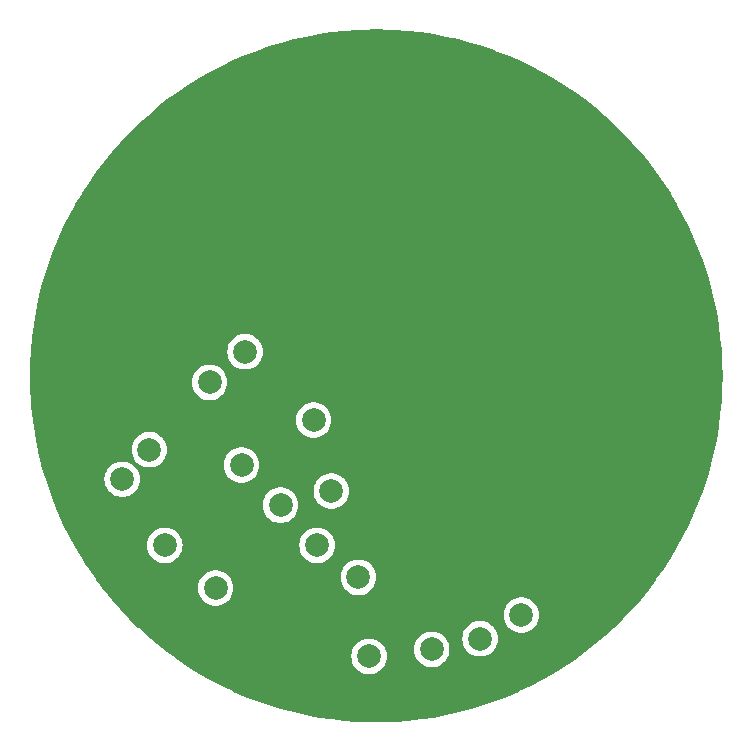
<source format=gbr>
%TF.GenerationSoftware,KiCad,Pcbnew,8.0.6+1*%
%TF.CreationDate,2024-11-22T08:02:11-05:00*%
%TF.ProjectId,GRRCoaster,47525243-6f61-4737-9465-722e6b696361,rev?*%
%TF.SameCoordinates,Original*%
%TF.FileFunction,Copper,L2,Bot*%
%TF.FilePolarity,Positive*%
%FSLAX46Y46*%
G04 Gerber Fmt 4.6, Leading zero omitted, Abs format (unit mm)*
G04 Created by KiCad (PCBNEW 8.0.6+1) date 2024-11-22 08:02:11*
%MOMM*%
%LPD*%
G01*
G04 APERTURE LIST*
%TA.AperFunction,ViaPad*%
%ADD10C,2.000000*%
%TD*%
G04 APERTURE END LIST*
D10*
%TO.N,*%
X27800000Y-53250000D03*
X59300000Y-67250000D03*
X51700000Y-70150000D03*
X45500000Y-64050000D03*
X46400000Y-70750000D03*
X55800000Y-69250000D03*
X42000000Y-61350000D03*
X25500000Y-55750000D03*
X33400000Y-64950000D03*
X38900000Y-57950000D03*
X35600000Y-54550000D03*
X29100000Y-61350000D03*
X32900000Y-47550000D03*
X43200000Y-56750000D03*
X41700000Y-50750000D03*
X35900000Y-44950000D03*
%TD*%
%TA.AperFunction,NonConductor*%
G36*
X47544328Y-17672724D02*
G01*
X48623077Y-17712613D01*
X48627620Y-17712866D01*
X49704145Y-17792588D01*
X49708700Y-17793009D01*
X50781598Y-17912462D01*
X50786139Y-17913053D01*
X51853812Y-18072058D01*
X51858306Y-18072811D01*
X52919466Y-18271176D01*
X52923941Y-18272099D01*
X53976963Y-18509522D01*
X53981402Y-18510609D01*
X55024970Y-18786790D01*
X55029362Y-18788039D01*
X56062026Y-19102597D01*
X56066331Y-19103996D01*
X57032524Y-19437793D01*
X57086665Y-19456498D01*
X57090968Y-19458074D01*
X58097596Y-19848044D01*
X58101793Y-19849760D01*
X59093282Y-20276641D01*
X59097424Y-20278515D01*
X59776016Y-20600906D01*
X60072500Y-20741762D01*
X60076602Y-20743805D01*
X61033847Y-21242740D01*
X61037871Y-21244933D01*
X61976019Y-21778894D01*
X61979960Y-21781234D01*
X62897759Y-22349511D01*
X62901610Y-22351995D01*
X63152304Y-22520342D01*
X63797806Y-22953813D01*
X63801528Y-22956414D01*
X64674839Y-23590912D01*
X64678496Y-23593674D01*
X65527784Y-24260023D01*
X65531316Y-24262901D01*
X65931418Y-24601436D01*
X66355397Y-24960175D01*
X66358840Y-24963199D01*
X67156580Y-25690434D01*
X67159909Y-25693583D01*
X67930241Y-26449809D01*
X67933452Y-26453080D01*
X68675303Y-27237242D01*
X68678390Y-27240628D01*
X69390774Y-28051686D01*
X69393734Y-28055185D01*
X70075637Y-28891982D01*
X70078466Y-28895587D01*
X70729002Y-29757038D01*
X70731696Y-29760746D01*
X71349943Y-30645626D01*
X71352498Y-30649430D01*
X71937651Y-31556589D01*
X71940063Y-31560486D01*
X72491266Y-32488602D01*
X72493533Y-32492585D01*
X73010072Y-33440448D01*
X73012190Y-33444511D01*
X73493355Y-34410821D01*
X73495322Y-34414961D01*
X73940454Y-35398396D01*
X73942266Y-35402605D01*
X74350745Y-36401790D01*
X74352401Y-36406063D01*
X74723697Y-37419708D01*
X74725193Y-37424040D01*
X75058768Y-38450679D01*
X75060103Y-38455063D01*
X75355508Y-39493305D01*
X75356681Y-39497735D01*
X75613531Y-40546227D01*
X75614539Y-40550698D01*
X75832466Y-41607946D01*
X75833308Y-41612450D01*
X76012019Y-42677033D01*
X76012694Y-42681566D01*
X76151946Y-43752025D01*
X76152453Y-43756580D01*
X76252055Y-44831459D01*
X76252393Y-44836029D01*
X76312208Y-45913819D01*
X76312378Y-45918399D01*
X76332325Y-46997709D01*
X76332325Y-47002291D01*
X76312378Y-48081600D01*
X76312208Y-48086180D01*
X76252393Y-49163970D01*
X76252055Y-49168540D01*
X76152453Y-50243419D01*
X76151946Y-50247974D01*
X76012694Y-51318433D01*
X76012019Y-51322966D01*
X75833308Y-52387549D01*
X75832466Y-52392053D01*
X75614539Y-53449301D01*
X75613531Y-53453772D01*
X75356681Y-54502264D01*
X75355508Y-54506694D01*
X75060103Y-55544936D01*
X75058768Y-55549320D01*
X74725193Y-56575959D01*
X74723697Y-56580291D01*
X74352401Y-57593936D01*
X74350745Y-57598209D01*
X73942266Y-58597394D01*
X73940454Y-58601603D01*
X73495322Y-59585038D01*
X73493355Y-59589178D01*
X73012190Y-60555488D01*
X73010072Y-60559551D01*
X72493533Y-61507414D01*
X72491266Y-61511397D01*
X71940063Y-62439513D01*
X71937651Y-62443410D01*
X71352498Y-63350569D01*
X71349943Y-63354373D01*
X70731696Y-64239253D01*
X70729002Y-64242961D01*
X70078466Y-65104412D01*
X70075637Y-65108017D01*
X69393734Y-65944814D01*
X69390774Y-65948313D01*
X68678390Y-66759371D01*
X68675303Y-66762757D01*
X67933452Y-67546919D01*
X67930241Y-67550190D01*
X67159909Y-68306416D01*
X67156580Y-68309565D01*
X66358840Y-69036800D01*
X66355397Y-69039824D01*
X65531337Y-69737081D01*
X65527784Y-69739976D01*
X64678496Y-70406325D01*
X64674839Y-70409087D01*
X63801545Y-71043573D01*
X63797789Y-71046198D01*
X62901610Y-71648004D01*
X62897759Y-71650488D01*
X61979960Y-72218765D01*
X61976019Y-72221105D01*
X61037871Y-72755066D01*
X61033847Y-72757259D01*
X60076602Y-73256194D01*
X60072500Y-73258237D01*
X59097440Y-73721476D01*
X59093265Y-73723365D01*
X58101816Y-74150229D01*
X58097574Y-74151964D01*
X57090968Y-74541925D01*
X57086665Y-74543501D01*
X56066358Y-74895994D01*
X56061999Y-74897410D01*
X55029378Y-75211955D01*
X55024970Y-75213209D01*
X53981402Y-75489390D01*
X53976951Y-75490480D01*
X52923947Y-75727898D01*
X52919459Y-75728824D01*
X51858319Y-75927185D01*
X51853799Y-75927943D01*
X50786142Y-76086945D01*
X50781598Y-76087537D01*
X49708704Y-76206989D01*
X49704141Y-76207411D01*
X48627636Y-76287132D01*
X48623060Y-76287386D01*
X47544329Y-76327275D01*
X47539747Y-76327360D01*
X46460253Y-76327360D01*
X46455671Y-76327275D01*
X45376939Y-76287386D01*
X45372363Y-76287132D01*
X44295858Y-76207411D01*
X44291295Y-76206989D01*
X43218401Y-76087537D01*
X43213857Y-76086945D01*
X42146200Y-75927943D01*
X42141680Y-75927185D01*
X41080540Y-75728824D01*
X41076052Y-75727898D01*
X40023048Y-75490480D01*
X40018597Y-75489390D01*
X38975029Y-75213209D01*
X38970621Y-75211955D01*
X37938000Y-74897410D01*
X37933641Y-74895994D01*
X36913334Y-74543501D01*
X36909031Y-74541925D01*
X35902425Y-74151964D01*
X35898183Y-74150229D01*
X34906734Y-73723365D01*
X34902559Y-73721476D01*
X33927499Y-73258237D01*
X33923397Y-73256194D01*
X32966152Y-72757259D01*
X32962128Y-72755066D01*
X32023980Y-72221105D01*
X32020039Y-72218765D01*
X31102240Y-71650488D01*
X31098389Y-71648004D01*
X30202210Y-71046198D01*
X30198454Y-71043573D01*
X30135469Y-70997812D01*
X29794377Y-70749994D01*
X44894357Y-70749994D01*
X44894357Y-70750005D01*
X44914890Y-70997812D01*
X44914892Y-70997824D01*
X44975936Y-71238881D01*
X45075826Y-71466606D01*
X45211833Y-71674782D01*
X45211836Y-71674785D01*
X45380256Y-71857738D01*
X45576491Y-72010474D01*
X45795190Y-72128828D01*
X46030386Y-72209571D01*
X46275665Y-72250500D01*
X46524335Y-72250500D01*
X46769614Y-72209571D01*
X47004810Y-72128828D01*
X47223509Y-72010474D01*
X47419744Y-71857738D01*
X47588164Y-71674785D01*
X47724173Y-71466607D01*
X47824063Y-71238881D01*
X47885108Y-70997821D01*
X47895981Y-70866606D01*
X47905643Y-70750005D01*
X47905643Y-70749994D01*
X47885109Y-70502187D01*
X47885107Y-70502175D01*
X47824063Y-70261118D01*
X47775319Y-70149994D01*
X50194357Y-70149994D01*
X50194357Y-70150005D01*
X50214890Y-70397812D01*
X50214892Y-70397824D01*
X50275936Y-70638881D01*
X50375826Y-70866606D01*
X50511833Y-71074782D01*
X50511836Y-71074785D01*
X50680256Y-71257738D01*
X50876491Y-71410474D01*
X51095190Y-71528828D01*
X51330386Y-71609571D01*
X51575665Y-71650500D01*
X51824335Y-71650500D01*
X52069614Y-71609571D01*
X52304810Y-71528828D01*
X52523509Y-71410474D01*
X52719744Y-71257738D01*
X52888164Y-71074785D01*
X53024173Y-70866607D01*
X53124063Y-70638881D01*
X53185108Y-70397821D01*
X53185109Y-70397812D01*
X53205643Y-70150005D01*
X53205643Y-70149994D01*
X53185109Y-69902187D01*
X53185107Y-69902175D01*
X53124063Y-69661118D01*
X53024173Y-69433393D01*
X52904353Y-69249994D01*
X54294357Y-69249994D01*
X54294357Y-69250005D01*
X54314890Y-69497812D01*
X54314892Y-69497824D01*
X54375936Y-69738881D01*
X54475826Y-69966606D01*
X54611833Y-70174782D01*
X54611836Y-70174785D01*
X54780256Y-70357738D01*
X54976491Y-70510474D01*
X55195190Y-70628828D01*
X55430386Y-70709571D01*
X55675665Y-70750500D01*
X55924335Y-70750500D01*
X56169614Y-70709571D01*
X56404810Y-70628828D01*
X56623509Y-70510474D01*
X56819744Y-70357738D01*
X56988164Y-70174785D01*
X57124173Y-69966607D01*
X57224063Y-69738881D01*
X57285108Y-69497821D01*
X57285109Y-69497812D01*
X57305643Y-69250005D01*
X57305643Y-69249994D01*
X57285109Y-69002187D01*
X57285107Y-69002175D01*
X57224063Y-68761118D01*
X57124173Y-68533393D01*
X56988166Y-68325217D01*
X56966557Y-68301744D01*
X56819744Y-68142262D01*
X56623509Y-67989526D01*
X56623507Y-67989525D01*
X56623506Y-67989524D01*
X56404811Y-67871172D01*
X56404802Y-67871169D01*
X56169616Y-67790429D01*
X55924335Y-67749500D01*
X55675665Y-67749500D01*
X55430383Y-67790429D01*
X55195197Y-67871169D01*
X55195188Y-67871172D01*
X54976493Y-67989524D01*
X54780257Y-68142261D01*
X54611833Y-68325217D01*
X54475826Y-68533393D01*
X54375936Y-68761118D01*
X54314892Y-69002175D01*
X54314890Y-69002187D01*
X54294357Y-69249994D01*
X52904353Y-69249994D01*
X52888166Y-69225217D01*
X52866557Y-69201744D01*
X52719744Y-69042262D01*
X52523509Y-68889526D01*
X52523507Y-68889525D01*
X52523506Y-68889524D01*
X52304811Y-68771172D01*
X52304802Y-68771169D01*
X52069616Y-68690429D01*
X51824335Y-68649500D01*
X51575665Y-68649500D01*
X51330383Y-68690429D01*
X51095197Y-68771169D01*
X51095188Y-68771172D01*
X50876493Y-68889524D01*
X50680257Y-69042261D01*
X50511833Y-69225217D01*
X50375826Y-69433393D01*
X50275936Y-69661118D01*
X50214892Y-69902175D01*
X50214890Y-69902187D01*
X50194357Y-70149994D01*
X47775319Y-70149994D01*
X47724173Y-70033393D01*
X47588166Y-69825217D01*
X47508688Y-69738881D01*
X47419744Y-69642262D01*
X47223509Y-69489526D01*
X47223507Y-69489525D01*
X47223506Y-69489524D01*
X47004811Y-69371172D01*
X47004802Y-69371169D01*
X46769616Y-69290429D01*
X46524335Y-69249500D01*
X46275665Y-69249500D01*
X46030383Y-69290429D01*
X45795197Y-69371169D01*
X45795188Y-69371172D01*
X45576493Y-69489524D01*
X45380257Y-69642261D01*
X45211833Y-69825217D01*
X45075826Y-70033393D01*
X44975936Y-70261118D01*
X44914892Y-70502175D01*
X44914890Y-70502187D01*
X44894357Y-70749994D01*
X29794377Y-70749994D01*
X29325160Y-70409087D01*
X29321503Y-70406325D01*
X28472215Y-69739976D01*
X28468677Y-69737093D01*
X27893006Y-69250005D01*
X27644602Y-69039824D01*
X27641159Y-69036800D01*
X26896262Y-68357738D01*
X26843416Y-68309563D01*
X26840090Y-68306416D01*
X26493942Y-67966607D01*
X26069758Y-67550190D01*
X26066547Y-67546919D01*
X25785643Y-67249994D01*
X57794357Y-67249994D01*
X57794357Y-67250005D01*
X57814890Y-67497812D01*
X57814892Y-67497824D01*
X57875936Y-67738881D01*
X57975826Y-67966606D01*
X58111833Y-68174782D01*
X58111836Y-68174785D01*
X58280256Y-68357738D01*
X58476491Y-68510474D01*
X58695190Y-68628828D01*
X58930386Y-68709571D01*
X59175665Y-68750500D01*
X59424335Y-68750500D01*
X59669614Y-68709571D01*
X59904810Y-68628828D01*
X60123509Y-68510474D01*
X60319744Y-68357738D01*
X60488164Y-68174785D01*
X60624173Y-67966607D01*
X60724063Y-67738881D01*
X60785108Y-67497821D01*
X60805643Y-67250000D01*
X60785108Y-67002179D01*
X60724063Y-66761119D01*
X60723296Y-66759371D01*
X60624173Y-66533393D01*
X60488166Y-66325217D01*
X60382538Y-66210475D01*
X60319744Y-66142262D01*
X60123509Y-65989526D01*
X60123507Y-65989525D01*
X60123506Y-65989524D01*
X59904811Y-65871172D01*
X59904802Y-65871169D01*
X59669616Y-65790429D01*
X59424335Y-65749500D01*
X59175665Y-65749500D01*
X58930383Y-65790429D01*
X58695197Y-65871169D01*
X58695188Y-65871172D01*
X58476493Y-65989524D01*
X58280257Y-66142261D01*
X58111833Y-66325217D01*
X57975826Y-66533393D01*
X57875936Y-66761118D01*
X57814892Y-67002175D01*
X57814890Y-67002187D01*
X57794357Y-67249994D01*
X25785643Y-67249994D01*
X25324696Y-66762757D01*
X25321609Y-66759371D01*
X24943448Y-66328830D01*
X24609209Y-65948294D01*
X24606281Y-65944833D01*
X23924346Y-65107997D01*
X23921548Y-65104432D01*
X23804922Y-64949994D01*
X31894357Y-64949994D01*
X31894357Y-64950005D01*
X31914890Y-65197812D01*
X31914892Y-65197824D01*
X31975936Y-65438881D01*
X32075826Y-65666606D01*
X32211833Y-65874782D01*
X32211836Y-65874785D01*
X32380256Y-66057738D01*
X32576491Y-66210474D01*
X32795190Y-66328828D01*
X33030386Y-66409571D01*
X33275665Y-66450500D01*
X33524335Y-66450500D01*
X33769614Y-66409571D01*
X34004810Y-66328828D01*
X34223509Y-66210474D01*
X34419744Y-66057738D01*
X34588164Y-65874785D01*
X34590525Y-65871172D01*
X34670016Y-65749500D01*
X34724173Y-65666607D01*
X34824063Y-65438881D01*
X34885108Y-65197821D01*
X34885109Y-65197812D01*
X34905643Y-64950005D01*
X34905643Y-64949994D01*
X34885109Y-64702187D01*
X34885107Y-64702175D01*
X34824063Y-64461118D01*
X34724173Y-64233393D01*
X34604353Y-64049994D01*
X43994357Y-64049994D01*
X43994357Y-64050005D01*
X44014890Y-64297812D01*
X44014892Y-64297824D01*
X44075936Y-64538881D01*
X44175826Y-64766606D01*
X44311833Y-64974782D01*
X44311836Y-64974785D01*
X44480256Y-65157738D01*
X44676491Y-65310474D01*
X44895190Y-65428828D01*
X45130386Y-65509571D01*
X45375665Y-65550500D01*
X45624335Y-65550500D01*
X45869614Y-65509571D01*
X46104810Y-65428828D01*
X46323509Y-65310474D01*
X46519744Y-65157738D01*
X46688164Y-64974785D01*
X46824173Y-64766607D01*
X46924063Y-64538881D01*
X46985108Y-64297821D01*
X46989654Y-64242961D01*
X47005643Y-64050005D01*
X47005643Y-64049994D01*
X46985109Y-63802187D01*
X46985107Y-63802175D01*
X46924063Y-63561118D01*
X46824173Y-63333393D01*
X46688166Y-63125217D01*
X46666557Y-63101744D01*
X46519744Y-62942262D01*
X46323509Y-62789526D01*
X46323507Y-62789525D01*
X46323506Y-62789524D01*
X46104811Y-62671172D01*
X46104802Y-62671169D01*
X45869616Y-62590429D01*
X45624335Y-62549500D01*
X45375665Y-62549500D01*
X45130383Y-62590429D01*
X44895197Y-62671169D01*
X44895188Y-62671172D01*
X44676493Y-62789524D01*
X44480257Y-62942261D01*
X44311833Y-63125217D01*
X44175826Y-63333393D01*
X44075936Y-63561118D01*
X44014892Y-63802175D01*
X44014890Y-63802187D01*
X43994357Y-64049994D01*
X34604353Y-64049994D01*
X34588166Y-64025217D01*
X34566557Y-64001744D01*
X34419744Y-63842262D01*
X34223509Y-63689526D01*
X34223507Y-63689525D01*
X34223506Y-63689524D01*
X34004811Y-63571172D01*
X34004802Y-63571169D01*
X33769616Y-63490429D01*
X33524335Y-63449500D01*
X33275665Y-63449500D01*
X33030383Y-63490429D01*
X32795197Y-63571169D01*
X32795188Y-63571172D01*
X32576493Y-63689524D01*
X32380257Y-63842261D01*
X32211833Y-64025217D01*
X32075826Y-64233393D01*
X31975936Y-64461118D01*
X31914892Y-64702175D01*
X31914890Y-64702187D01*
X31894357Y-64949994D01*
X23804922Y-64949994D01*
X23435741Y-64461118D01*
X23270997Y-64242961D01*
X23268303Y-64239253D01*
X22650056Y-63354373D01*
X22647501Y-63350569D01*
X22384127Y-62942262D01*
X22062330Y-62443381D01*
X22059954Y-62439542D01*
X21508733Y-61511397D01*
X21506466Y-61507414D01*
X21420680Y-61349994D01*
X27594357Y-61349994D01*
X27594357Y-61350005D01*
X27614890Y-61597812D01*
X27614892Y-61597824D01*
X27675936Y-61838881D01*
X27775826Y-62066606D01*
X27911833Y-62274782D01*
X27911836Y-62274785D01*
X28080256Y-62457738D01*
X28276491Y-62610474D01*
X28495190Y-62728828D01*
X28730386Y-62809571D01*
X28975665Y-62850500D01*
X29224335Y-62850500D01*
X29469614Y-62809571D01*
X29704810Y-62728828D01*
X29923509Y-62610474D01*
X30119744Y-62457738D01*
X30288164Y-62274785D01*
X30424173Y-62066607D01*
X30524063Y-61838881D01*
X30585108Y-61597821D01*
X30585109Y-61597812D01*
X30605643Y-61350005D01*
X30605643Y-61349994D01*
X40494357Y-61349994D01*
X40494357Y-61350005D01*
X40514890Y-61597812D01*
X40514892Y-61597824D01*
X40575936Y-61838881D01*
X40675826Y-62066606D01*
X40811833Y-62274782D01*
X40811836Y-62274785D01*
X40980256Y-62457738D01*
X41176491Y-62610474D01*
X41395190Y-62728828D01*
X41630386Y-62809571D01*
X41875665Y-62850500D01*
X42124335Y-62850500D01*
X42369614Y-62809571D01*
X42604810Y-62728828D01*
X42823509Y-62610474D01*
X43019744Y-62457738D01*
X43188164Y-62274785D01*
X43324173Y-62066607D01*
X43424063Y-61838881D01*
X43485108Y-61597821D01*
X43485109Y-61597812D01*
X43505643Y-61350005D01*
X43505643Y-61349994D01*
X43485109Y-61102187D01*
X43485107Y-61102175D01*
X43424063Y-60861118D01*
X43324173Y-60633393D01*
X43188166Y-60425217D01*
X43166557Y-60401744D01*
X43019744Y-60242262D01*
X42823509Y-60089526D01*
X42823507Y-60089525D01*
X42823506Y-60089524D01*
X42604811Y-59971172D01*
X42604802Y-59971169D01*
X42369616Y-59890429D01*
X42124335Y-59849500D01*
X41875665Y-59849500D01*
X41630383Y-59890429D01*
X41395197Y-59971169D01*
X41395188Y-59971172D01*
X41176493Y-60089524D01*
X40980257Y-60242261D01*
X40811833Y-60425217D01*
X40675826Y-60633393D01*
X40575936Y-60861118D01*
X40514892Y-61102175D01*
X40514890Y-61102187D01*
X40494357Y-61349994D01*
X30605643Y-61349994D01*
X30585109Y-61102187D01*
X30585107Y-61102175D01*
X30524063Y-60861118D01*
X30424173Y-60633393D01*
X30288166Y-60425217D01*
X30266557Y-60401744D01*
X30119744Y-60242262D01*
X29923509Y-60089526D01*
X29923507Y-60089525D01*
X29923506Y-60089524D01*
X29704811Y-59971172D01*
X29704802Y-59971169D01*
X29469616Y-59890429D01*
X29224335Y-59849500D01*
X28975665Y-59849500D01*
X28730383Y-59890429D01*
X28495197Y-59971169D01*
X28495188Y-59971172D01*
X28276493Y-60089524D01*
X28080257Y-60242261D01*
X27911833Y-60425217D01*
X27775826Y-60633393D01*
X27675936Y-60861118D01*
X27614892Y-61102175D01*
X27614890Y-61102187D01*
X27594357Y-61349994D01*
X21420680Y-61349994D01*
X20989927Y-60559551D01*
X20987809Y-60555488D01*
X20506644Y-59589178D01*
X20504677Y-59585038D01*
X20059545Y-58601603D01*
X20057733Y-58597394D01*
X19817793Y-58010474D01*
X19793068Y-57949994D01*
X37394357Y-57949994D01*
X37394357Y-57950005D01*
X37414890Y-58197812D01*
X37414892Y-58197824D01*
X37475936Y-58438881D01*
X37575826Y-58666606D01*
X37711833Y-58874782D01*
X37711836Y-58874785D01*
X37880256Y-59057738D01*
X38076491Y-59210474D01*
X38295190Y-59328828D01*
X38530386Y-59409571D01*
X38775665Y-59450500D01*
X39024335Y-59450500D01*
X39269614Y-59409571D01*
X39504810Y-59328828D01*
X39723509Y-59210474D01*
X39919744Y-59057738D01*
X40088164Y-58874785D01*
X40224173Y-58666607D01*
X40324063Y-58438881D01*
X40385108Y-58197821D01*
X40405643Y-57950000D01*
X40386477Y-57718706D01*
X40385109Y-57702187D01*
X40385107Y-57702175D01*
X40324063Y-57461118D01*
X40224173Y-57233393D01*
X40088166Y-57025217D01*
X40062938Y-56997812D01*
X39919744Y-56842262D01*
X39801198Y-56749994D01*
X41694357Y-56749994D01*
X41694357Y-56750005D01*
X41714890Y-56997812D01*
X41714892Y-56997824D01*
X41775936Y-57238881D01*
X41875826Y-57466606D01*
X42011833Y-57674782D01*
X42011836Y-57674785D01*
X42180256Y-57857738D01*
X42376491Y-58010474D01*
X42595190Y-58128828D01*
X42830386Y-58209571D01*
X43075665Y-58250500D01*
X43324335Y-58250500D01*
X43569614Y-58209571D01*
X43804810Y-58128828D01*
X44023509Y-58010474D01*
X44219744Y-57857738D01*
X44388164Y-57674785D01*
X44524173Y-57466607D01*
X44624063Y-57238881D01*
X44685108Y-56997821D01*
X44705643Y-56750000D01*
X44700428Y-56687070D01*
X44685109Y-56502187D01*
X44685107Y-56502175D01*
X44624063Y-56261118D01*
X44524173Y-56033393D01*
X44388166Y-55825217D01*
X44318928Y-55750005D01*
X44219744Y-55642262D01*
X44023509Y-55489526D01*
X44023507Y-55489525D01*
X44023506Y-55489524D01*
X43804811Y-55371172D01*
X43804802Y-55371169D01*
X43569616Y-55290429D01*
X43324335Y-55249500D01*
X43075665Y-55249500D01*
X42830383Y-55290429D01*
X42595197Y-55371169D01*
X42595188Y-55371172D01*
X42376493Y-55489524D01*
X42180257Y-55642261D01*
X42011833Y-55825217D01*
X41875826Y-56033393D01*
X41775936Y-56261118D01*
X41714892Y-56502175D01*
X41714890Y-56502187D01*
X41694357Y-56749994D01*
X39801198Y-56749994D01*
X39723509Y-56689526D01*
X39723507Y-56689525D01*
X39723506Y-56689524D01*
X39504811Y-56571172D01*
X39504802Y-56571169D01*
X39269616Y-56490429D01*
X39024335Y-56449500D01*
X38775665Y-56449500D01*
X38530383Y-56490429D01*
X38295197Y-56571169D01*
X38295188Y-56571172D01*
X38076493Y-56689524D01*
X37880257Y-56842261D01*
X37711833Y-57025217D01*
X37575826Y-57233393D01*
X37475936Y-57461118D01*
X37414892Y-57702175D01*
X37414890Y-57702187D01*
X37394357Y-57949994D01*
X19793068Y-57949994D01*
X19649249Y-57598198D01*
X19647598Y-57593936D01*
X19600958Y-57466607D01*
X19276289Y-56580253D01*
X19274819Y-56575998D01*
X19006434Y-55749994D01*
X23994357Y-55749994D01*
X23994357Y-55750005D01*
X24014890Y-55997812D01*
X24014892Y-55997824D01*
X24075936Y-56238881D01*
X24175826Y-56466606D01*
X24311833Y-56674782D01*
X24311836Y-56674785D01*
X24480256Y-56857738D01*
X24676491Y-57010474D01*
X24895190Y-57128828D01*
X25130386Y-57209571D01*
X25375665Y-57250500D01*
X25624335Y-57250500D01*
X25869614Y-57209571D01*
X26104810Y-57128828D01*
X26323509Y-57010474D01*
X26519744Y-56857738D01*
X26688164Y-56674785D01*
X26824173Y-56466607D01*
X26924063Y-56238881D01*
X26985108Y-55997821D01*
X26990825Y-55928827D01*
X27005643Y-55750005D01*
X27005643Y-55749994D01*
X26985109Y-55502187D01*
X26985107Y-55502175D01*
X26924063Y-55261118D01*
X26824173Y-55033393D01*
X26688166Y-54825217D01*
X26581705Y-54709570D01*
X26519744Y-54642262D01*
X26323509Y-54489526D01*
X26323507Y-54489525D01*
X26323506Y-54489524D01*
X26104811Y-54371172D01*
X26104802Y-54371169D01*
X25869616Y-54290429D01*
X25624335Y-54249500D01*
X25375665Y-54249500D01*
X25130383Y-54290429D01*
X24895197Y-54371169D01*
X24895188Y-54371172D01*
X24676493Y-54489524D01*
X24480257Y-54642261D01*
X24311833Y-54825217D01*
X24175826Y-55033393D01*
X24075936Y-55261118D01*
X24014892Y-55502175D01*
X24014890Y-55502187D01*
X23994357Y-55749994D01*
X19006434Y-55749994D01*
X18941219Y-55549283D01*
X18939907Y-55544974D01*
X18644486Y-54506675D01*
X18643318Y-54502264D01*
X18640197Y-54489524D01*
X18386458Y-53453730D01*
X18385469Y-53449344D01*
X18344378Y-53249994D01*
X26294357Y-53249994D01*
X26294357Y-53250005D01*
X26314890Y-53497812D01*
X26314892Y-53497824D01*
X26375936Y-53738881D01*
X26475826Y-53966606D01*
X26611833Y-54174782D01*
X26611836Y-54174785D01*
X26780256Y-54357738D01*
X26976491Y-54510474D01*
X27195190Y-54628828D01*
X27430386Y-54709571D01*
X27675665Y-54750500D01*
X27924335Y-54750500D01*
X28169614Y-54709571D01*
X28404810Y-54628828D01*
X28550482Y-54549994D01*
X34094357Y-54549994D01*
X34094357Y-54550005D01*
X34114890Y-54797812D01*
X34114892Y-54797824D01*
X34175936Y-55038881D01*
X34275826Y-55266606D01*
X34411833Y-55474782D01*
X34411836Y-55474785D01*
X34580256Y-55657738D01*
X34776491Y-55810474D01*
X34995190Y-55928828D01*
X35230386Y-56009571D01*
X35475665Y-56050500D01*
X35724335Y-56050500D01*
X35969614Y-56009571D01*
X36204810Y-55928828D01*
X36423509Y-55810474D01*
X36619744Y-55657738D01*
X36788164Y-55474785D01*
X36924173Y-55266607D01*
X37024063Y-55038881D01*
X37085108Y-54797821D01*
X37099111Y-54628828D01*
X37105643Y-54550005D01*
X37105643Y-54549994D01*
X37085109Y-54302187D01*
X37085107Y-54302175D01*
X37024063Y-54061118D01*
X36924173Y-53833393D01*
X36788166Y-53625217D01*
X36766557Y-53601744D01*
X36619744Y-53442262D01*
X36423509Y-53289526D01*
X36423507Y-53289525D01*
X36423506Y-53289524D01*
X36204811Y-53171172D01*
X36204802Y-53171169D01*
X35969616Y-53090429D01*
X35724335Y-53049500D01*
X35475665Y-53049500D01*
X35230383Y-53090429D01*
X34995197Y-53171169D01*
X34995188Y-53171172D01*
X34776493Y-53289524D01*
X34580257Y-53442261D01*
X34411833Y-53625217D01*
X34275826Y-53833393D01*
X34175936Y-54061118D01*
X34114892Y-54302175D01*
X34114890Y-54302187D01*
X34094357Y-54549994D01*
X28550482Y-54549994D01*
X28623509Y-54510474D01*
X28819744Y-54357738D01*
X28988164Y-54174785D01*
X29124173Y-53966607D01*
X29224063Y-53738881D01*
X29285108Y-53497821D01*
X29288758Y-53453772D01*
X29305643Y-53250005D01*
X29305643Y-53249994D01*
X29285109Y-53002187D01*
X29285107Y-53002175D01*
X29224063Y-52761118D01*
X29124173Y-52533393D01*
X28988166Y-52325217D01*
X28881705Y-52209570D01*
X28819744Y-52142262D01*
X28623509Y-51989526D01*
X28623507Y-51989525D01*
X28623506Y-51989524D01*
X28404811Y-51871172D01*
X28404802Y-51871169D01*
X28169616Y-51790429D01*
X27924335Y-51749500D01*
X27675665Y-51749500D01*
X27430383Y-51790429D01*
X27195197Y-51871169D01*
X27195188Y-51871172D01*
X26976493Y-51989524D01*
X26780257Y-52142261D01*
X26611833Y-52325217D01*
X26475826Y-52533393D01*
X26375936Y-52761118D01*
X26314892Y-53002175D01*
X26314890Y-53002187D01*
X26294357Y-53249994D01*
X18344378Y-53249994D01*
X18167525Y-52392013D01*
X18166698Y-52387589D01*
X17987979Y-51322963D01*
X17987305Y-51318433D01*
X17913359Y-50749994D01*
X40194357Y-50749994D01*
X40194357Y-50750005D01*
X40214890Y-50997812D01*
X40214892Y-50997824D01*
X40275936Y-51238881D01*
X40375826Y-51466606D01*
X40511833Y-51674782D01*
X40511836Y-51674785D01*
X40680256Y-51857738D01*
X40876491Y-52010474D01*
X41095190Y-52128828D01*
X41330386Y-52209571D01*
X41575665Y-52250500D01*
X41824335Y-52250500D01*
X42069614Y-52209571D01*
X42304810Y-52128828D01*
X42523509Y-52010474D01*
X42719744Y-51857738D01*
X42888164Y-51674785D01*
X43024173Y-51466607D01*
X43124063Y-51238881D01*
X43185108Y-50997821D01*
X43205643Y-50750000D01*
X43185108Y-50502179D01*
X43124063Y-50261119D01*
X43024173Y-50033393D01*
X42888166Y-49825217D01*
X42866557Y-49801744D01*
X42719744Y-49642262D01*
X42523509Y-49489526D01*
X42523507Y-49489525D01*
X42523506Y-49489524D01*
X42304811Y-49371172D01*
X42304802Y-49371169D01*
X42069616Y-49290429D01*
X41824335Y-49249500D01*
X41575665Y-49249500D01*
X41330383Y-49290429D01*
X41095197Y-49371169D01*
X41095188Y-49371172D01*
X40876493Y-49489524D01*
X40680257Y-49642261D01*
X40511833Y-49825217D01*
X40375826Y-50033393D01*
X40275936Y-50261118D01*
X40214892Y-50502175D01*
X40214890Y-50502187D01*
X40194357Y-50749994D01*
X17913359Y-50749994D01*
X17848053Y-50247974D01*
X17847546Y-50243419D01*
X17777688Y-49489526D01*
X17747942Y-49168521D01*
X17747606Y-49163970D01*
X17741309Y-49050500D01*
X17687789Y-48086129D01*
X17687622Y-48081651D01*
X17677796Y-47549994D01*
X31394357Y-47549994D01*
X31394357Y-47550005D01*
X31414890Y-47797812D01*
X31414892Y-47797824D01*
X31475936Y-48038881D01*
X31575826Y-48266606D01*
X31711833Y-48474782D01*
X31711836Y-48474785D01*
X31880256Y-48657738D01*
X32076491Y-48810474D01*
X32295190Y-48928828D01*
X32530386Y-49009571D01*
X32775665Y-49050500D01*
X33024335Y-49050500D01*
X33269614Y-49009571D01*
X33504810Y-48928828D01*
X33723509Y-48810474D01*
X33919744Y-48657738D01*
X34088164Y-48474785D01*
X34224173Y-48266607D01*
X34324063Y-48038881D01*
X34385108Y-47797821D01*
X34405643Y-47550000D01*
X34385108Y-47302179D01*
X34324063Y-47061119D01*
X34224173Y-46833393D01*
X34088166Y-46625217D01*
X34066557Y-46601744D01*
X33919744Y-46442262D01*
X33723509Y-46289526D01*
X33723507Y-46289525D01*
X33723506Y-46289524D01*
X33504811Y-46171172D01*
X33504802Y-46171169D01*
X33269616Y-46090429D01*
X33024335Y-46049500D01*
X32775665Y-46049500D01*
X32530383Y-46090429D01*
X32295197Y-46171169D01*
X32295188Y-46171172D01*
X32076493Y-46289524D01*
X31880257Y-46442261D01*
X31711833Y-46625217D01*
X31575826Y-46833393D01*
X31475936Y-47061118D01*
X31414892Y-47302175D01*
X31414890Y-47302187D01*
X31394357Y-47549994D01*
X17677796Y-47549994D01*
X17667674Y-47002272D01*
X17667674Y-46997709D01*
X17670711Y-46833393D01*
X17687622Y-45918346D01*
X17687789Y-45913872D01*
X17741281Y-44949994D01*
X34394357Y-44949994D01*
X34394357Y-44950005D01*
X34414890Y-45197812D01*
X34414892Y-45197824D01*
X34475936Y-45438881D01*
X34575826Y-45666606D01*
X34711833Y-45874782D01*
X34711836Y-45874785D01*
X34880256Y-46057738D01*
X35076491Y-46210474D01*
X35295190Y-46328828D01*
X35530386Y-46409571D01*
X35775665Y-46450500D01*
X36024335Y-46450500D01*
X36269614Y-46409571D01*
X36504810Y-46328828D01*
X36723509Y-46210474D01*
X36919744Y-46057738D01*
X37088164Y-45874785D01*
X37224173Y-45666607D01*
X37324063Y-45438881D01*
X37385108Y-45197821D01*
X37405643Y-44950000D01*
X37396199Y-44836029D01*
X37385109Y-44702187D01*
X37385107Y-44702175D01*
X37324063Y-44461118D01*
X37224173Y-44233393D01*
X37088166Y-44025217D01*
X37066557Y-44001744D01*
X36919744Y-43842262D01*
X36723509Y-43689526D01*
X36723507Y-43689525D01*
X36723506Y-43689524D01*
X36504811Y-43571172D01*
X36504802Y-43571169D01*
X36269616Y-43490429D01*
X36024335Y-43449500D01*
X35775665Y-43449500D01*
X35530383Y-43490429D01*
X35295197Y-43571169D01*
X35295188Y-43571172D01*
X35076493Y-43689524D01*
X34880257Y-43842261D01*
X34711833Y-44025217D01*
X34575826Y-44233393D01*
X34475936Y-44461118D01*
X34414892Y-44702175D01*
X34414890Y-44702187D01*
X34394357Y-44949994D01*
X17741281Y-44949994D01*
X17747607Y-44836006D01*
X17747944Y-44831459D01*
X17749854Y-44810855D01*
X17847547Y-43756565D01*
X17848053Y-43752025D01*
X17852239Y-43719851D01*
X17987306Y-42681556D01*
X17987980Y-42677033D01*
X17995351Y-42633124D01*
X18166700Y-41612400D01*
X18167523Y-41607996D01*
X18385472Y-40550644D01*
X18386455Y-40546281D01*
X18643326Y-39497703D01*
X18644482Y-39493337D01*
X18939912Y-38455009D01*
X18941214Y-38450731D01*
X19274825Y-37423984D01*
X19276283Y-37419762D01*
X19647608Y-36406035D01*
X19649242Y-36401819D01*
X20057738Y-35402592D01*
X20059545Y-35398396D01*
X20504677Y-34414961D01*
X20506644Y-34410821D01*
X20581110Y-34261273D01*
X20987824Y-33444480D01*
X20989911Y-33440478D01*
X21506479Y-32492561D01*
X21508719Y-32488624D01*
X22059969Y-31560432D01*
X22062315Y-31556641D01*
X22647519Y-30649401D01*
X22650036Y-30645655D01*
X23268307Y-29760739D01*
X23270997Y-29757038D01*
X23921568Y-28895541D01*
X23924325Y-28892028D01*
X24606303Y-28055139D01*
X24609186Y-28051731D01*
X25321633Y-27240601D01*
X25324670Y-27237269D01*
X26066571Y-26453054D01*
X26069733Y-26449834D01*
X26840121Y-25693553D01*
X26843387Y-25690463D01*
X27641172Y-24963186D01*
X27644588Y-24960186D01*
X28468709Y-24262879D01*
X28472193Y-24260040D01*
X29321507Y-23593670D01*
X29325128Y-23590935D01*
X30198496Y-22956396D01*
X30202167Y-22953830D01*
X31098398Y-22351989D01*
X31102240Y-22349511D01*
X32020061Y-21781220D01*
X32023958Y-21778906D01*
X32962148Y-21244922D01*
X32966133Y-21242750D01*
X33923411Y-20743797D01*
X33927485Y-20741768D01*
X34902595Y-20278506D01*
X34906696Y-20276650D01*
X35898225Y-19849752D01*
X35902384Y-19848051D01*
X36909046Y-19458068D01*
X36913318Y-19456503D01*
X37933683Y-19103991D01*
X37937957Y-19102602D01*
X38970651Y-18788035D01*
X38975012Y-18786794D01*
X40018608Y-18510606D01*
X40023023Y-18509524D01*
X41076069Y-18272097D01*
X41080523Y-18271178D01*
X42141701Y-18072810D01*
X42146178Y-18072059D01*
X43213867Y-17913052D01*
X43218392Y-17912463D01*
X44291304Y-17793009D01*
X44295849Y-17792588D01*
X45372382Y-17712865D01*
X45376919Y-17712614D01*
X46455671Y-17672724D01*
X46460253Y-17672640D01*
X47539747Y-17672640D01*
X47544328Y-17672724D01*
G37*
%TD.AperFunction*%
M02*

</source>
